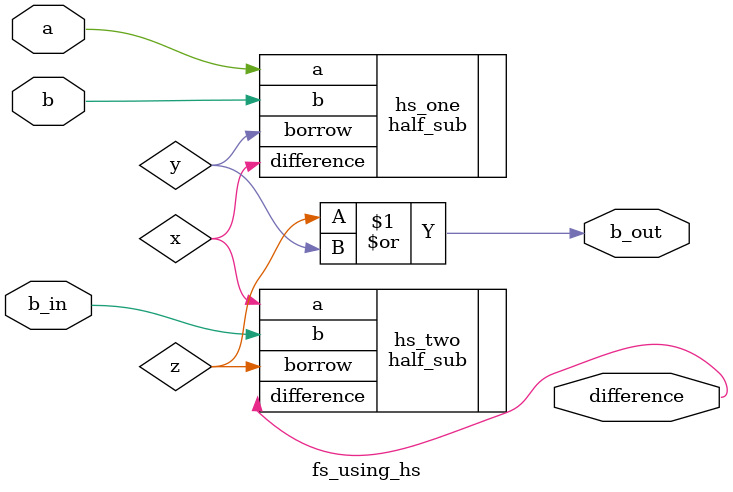
<source format=v>
`timescale 1ns / 1ps


module fs_using_hs(a, b, b_in, difference, b_out);
    input a, b, b_in;
    output difference, b_out;
    
    wire x, y, z;
    
    half_sub hs_one(.a(a), .b(b), .difference(x), .borrow(y));
    half_sub hs_two(.a(x), .b(b_in), .difference(difference), .borrow(z));
    
    assign b_out = (z | y);
endmodule

</source>
